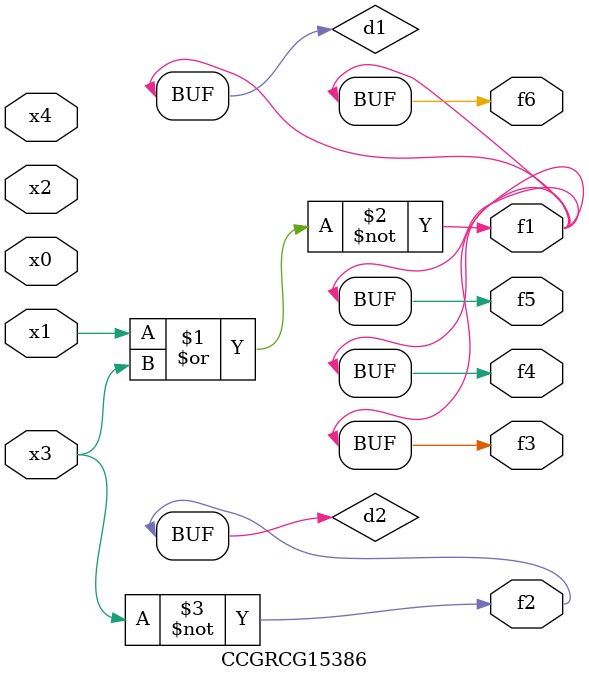
<source format=v>
module CCGRCG15386(
	input x0, x1, x2, x3, x4,
	output f1, f2, f3, f4, f5, f6
);

	wire d1, d2;

	nor (d1, x1, x3);
	not (d2, x3);
	assign f1 = d1;
	assign f2 = d2;
	assign f3 = d1;
	assign f4 = d1;
	assign f5 = d1;
	assign f6 = d1;
endmodule

</source>
